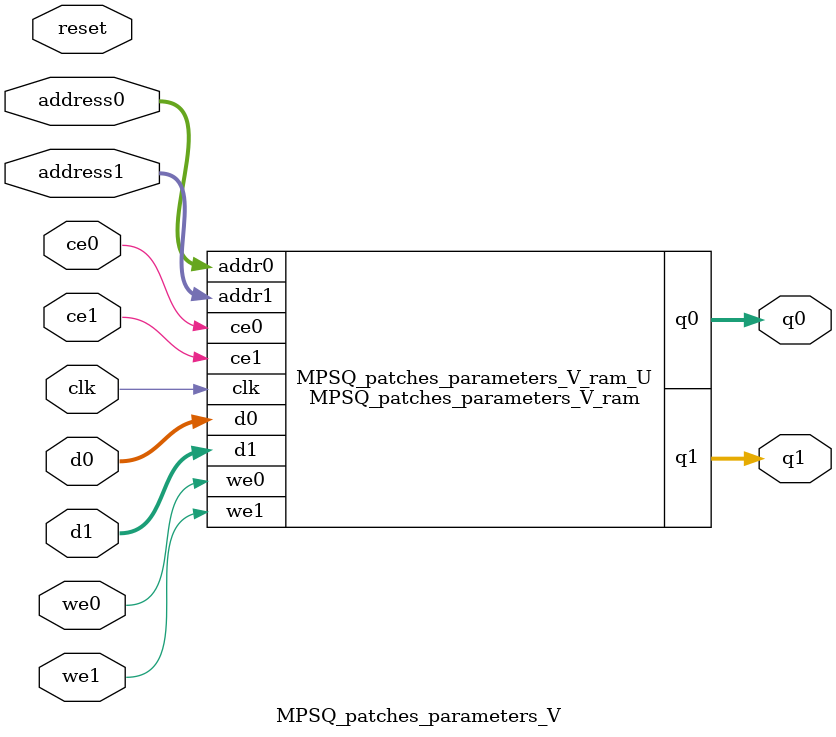
<source format=v>
`timescale 1 ns / 1 ps
module MPSQ_patches_parameters_V_ram (addr0, ce0, d0, we0, q0, addr1, ce1, d1, we1, q1,  clk);

parameter DWIDTH = 32;
parameter AWIDTH = 12;
parameter MEM_SIZE = 3840;

input[AWIDTH-1:0] addr0;
input ce0;
input[DWIDTH-1:0] d0;
input we0;
output reg[DWIDTH-1:0] q0;
input[AWIDTH-1:0] addr1;
input ce1;
input[DWIDTH-1:0] d1;
input we1;
output reg[DWIDTH-1:0] q1;
input clk;

reg [DWIDTH-1:0] ram[0:MEM_SIZE-1];




always @(posedge clk)  
begin 
    if (ce0) begin
        if (we0) 
            ram[addr0] <= d0; 
        q0 <= ram[addr0];
    end
end


always @(posedge clk)  
begin 
    if (ce1) begin
        if (we1) 
            ram[addr1] <= d1; 
        q1 <= ram[addr1];
    end
end


endmodule

`timescale 1 ns / 1 ps
module MPSQ_patches_parameters_V(
    reset,
    clk,
    address0,
    ce0,
    we0,
    d0,
    q0,
    address1,
    ce1,
    we1,
    d1,
    q1);

parameter DataWidth = 32'd32;
parameter AddressRange = 32'd3840;
parameter AddressWidth = 32'd12;
input reset;
input clk;
input[AddressWidth - 1:0] address0;
input ce0;
input we0;
input[DataWidth - 1:0] d0;
output[DataWidth - 1:0] q0;
input[AddressWidth - 1:0] address1;
input ce1;
input we1;
input[DataWidth - 1:0] d1;
output[DataWidth - 1:0] q1;



MPSQ_patches_parameters_V_ram MPSQ_patches_parameters_V_ram_U(
    .clk( clk ),
    .addr0( address0 ),
    .ce0( ce0 ),
    .we0( we0 ),
    .d0( d0 ),
    .q0( q0 ),
    .addr1( address1 ),
    .ce1( ce1 ),
    .we1( we1 ),
    .d1( d1 ),
    .q1( q1 ));

endmodule


</source>
